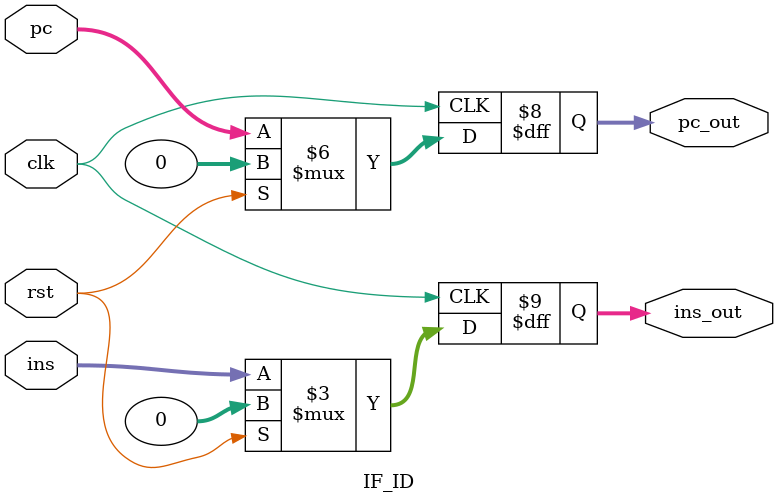
<source format=v>
`timescale 1ns/1ns
module IF_ID( clk, rst, pc, ins, pc_out, ins_out ) ;
	input clk, rst ;
	input [31:0] pc, ins ;
	output [31:0] pc_out, ins_out ;
	
	reg [31:0] pc_out, ins_out ;

	
	always@( posedge clk ) begin
		if ( rst ) begin
			pc_out <= 32'b0 ;
			ins_out <= 32'b0 ;
		end
		else begin
			pc_out <= pc ;
			ins_out <= ins ;
		end
	end
	
endmodule
		
</source>
